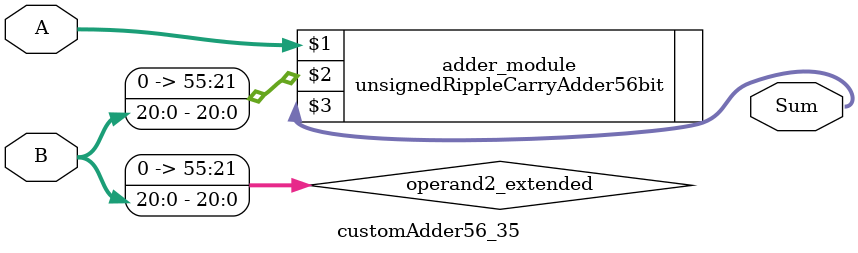
<source format=v>
module customAdder56_35(
                        input [55 : 0] A,
                        input [20 : 0] B,
                        
                        output [56 : 0] Sum
                );

        wire [55 : 0] operand2_extended;
        
        assign operand2_extended =  {35'b0, B};
        
        unsignedRippleCarryAdder56bit adder_module(
            A,
            operand2_extended,
            Sum
        );
        
        endmodule
        
</source>
